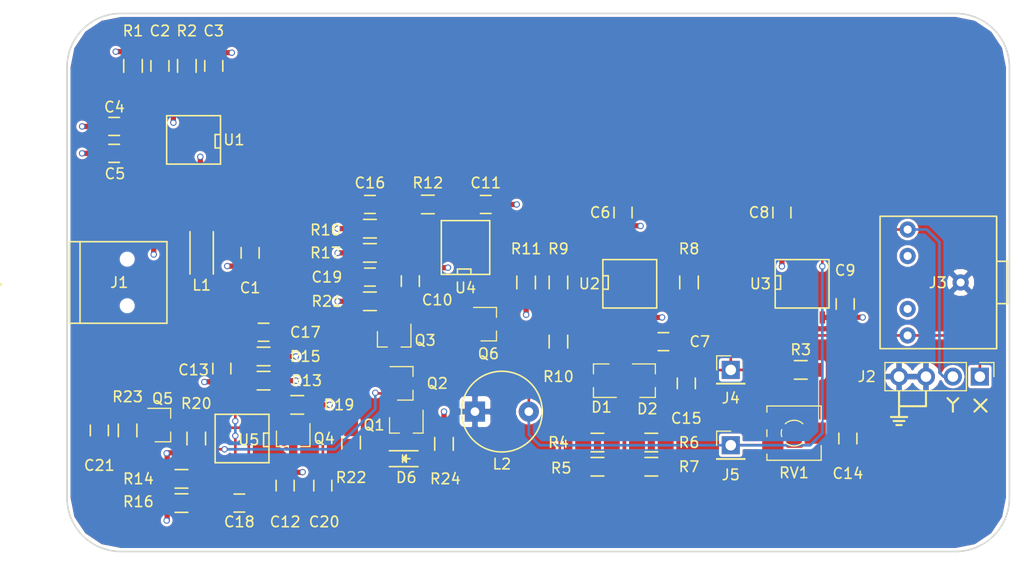
<source format=kicad_pcb>
(kicad_pcb (version 4) (host pcbnew 4.0.7)
  (layers (0 F.Cu signal) (1 Positive_Supply_Rail power) (2 Negative_Supply_Rail power) (31 B.Cu signal) (34 B.Paste user) (35 F.Paste user) (36 B.SilkS user) (37 F.SilkS user) (38 B.Mask user) (39 F.Mask user) (44 Edge.Cuts user))
  (net 0 "")
  (net 1 Y)
  (net 2 GND)
  (net 3 +VDC)
  (net 4 -VDC)
  (net 5 X)
  (net 6 "Net-(D1-Pad1)")
  (net 7 "Net-(D2-Pad2)")
  (net 8 "Net-(J1-Pad1)")
  (net 9 "Net-(J1-Pad2)")
  (net 10 "Net-(J1-Pad3)")
  (net 11 "Net-(J1-Pad4)")
  (net 12 "Net-(R6-Pad2)")
  (net 13 "Net-(U1-Pad8)")
  (net 14 "Net-(U1-Pad5)")
  (net 15 "Net-(U1-Pad1)")
  (net 16 "Net-(U2-Pad8)")
  (net 17 "Net-(U2-Pad5)")
  (net 18 "Net-(U2-Pad1)")
  (net 19 "Net-(C2-Pad2)")
  (net 20 "Net-(C16-Pad1)")
  (net 21 "Net-(C17-Pad1)")
  (net 22 "Net-(C18-Pad1)")
  (net 23 "Net-(C19-Pad1)")
  (net 24 "Net-(C20-Pad1)")
  (net 25 "Net-(C21-Pad1)")
  (net 26 "Net-(D6-Pad2)")
  (net 27 "Net-(D6-Pad1)")
  (net 28 "Net-(Q1-Pad1)")
  (net 29 "Net-(Q1-Pad2)")
  (net 30 "Net-(Q2-Pad1)")
  (net 31 "Net-(Q2-Pad2)")
  (net 32 "Net-(Q3-Pad2)")
  (net 33 "Net-(Q4-Pad2)")
  (net 34 "Net-(Q5-Pad2)")
  (net 35 "Net-(Q6-Pad2)")
  (net 36 "Net-(R3-Pad1)")
  (net 37 "Net-(R4-Pad2)")
  (net 38 "Net-(R8-Pad2)")
  (net 39 "Net-(R10-Pad1)")
  (net 40 X_OUT)
  (net 41 Y_OUT)
  (net 42 "Net-(J3-Pad5)")
  (net 43 "Net-(J3-Pad4)")
  (module Capacitors_SMD:C_0805_HandSoldering (layer F.Cu) (at 131.826 97.79 270)
    (fp_text reference C1 (at 3.302 0 360) (layer F.SilkS))
    (fp_text value 10uF)
    (pad 1 smd rect (at -1.25 0 270) (size 1.5 1.25) (layers F.Cu F.Paste F.Mask) (net 3 +VDC))
    (pad 2 smd rect (at 1.25 0 270) (size 1.5 1.25) (layers F.Cu F.Paste F.Mask) (net 4 -VDC))
  )
  (module Capacitors_SMD:C_0805_HandSoldering (layer F.Cu) (at 123.317 80.137 270)
    (fp_text reference C2 (at -3.302 0 360) (layer F.SilkS))
    (fp_text value 0.1uF)
    (pad 1 smd rect (at -1.25 0 270) (size 1.5 1.25) (layers F.Cu F.Paste F.Mask) (net 3 +VDC))
    (pad 2 smd rect (at 1.25 0 270) (size 1.5 1.25) (layers F.Cu F.Paste F.Mask) (net 19 "Net-(C2-Pad2)"))
  )
  (module Capacitors_SMD:C_0805_HandSoldering (layer F.Cu) (at 128.397 80.137 90)
    (fp_text reference C3 (at 3.302 0 180) (layer F.SilkS))
    (fp_text value 0.1uF)
    (pad 1 smd rect (at -1.25 0 90) (size 1.5 1.25) (layers F.Cu F.Paste F.Mask) (net 19 "Net-(C2-Pad2)"))
    (pad 2 smd rect (at 1.25 0 90) (size 1.5 1.25) (layers F.Cu F.Paste F.Mask) (net 4 -VDC))
  )
  (module Capacitors_SMD:C_0805_HandSoldering (layer F.Cu) (at 118.999 85.852)
    (fp_text reference C4 (at 0.0254 -1.8288) (layer F.SilkS))
    (fp_text value 10uF)
    (pad 1 smd rect (at -1.25 0) (size 1.5 1.25) (layers F.Cu F.Paste F.Mask) (net 3 +VDC))
    (pad 2 smd rect (at 1.25 0) (size 1.5 1.25) (layers F.Cu F.Paste F.Mask) (net 2 GND))
  )
  (module Capacitors_SMD:C_0805_HandSoldering (layer F.Cu) (at 118.999 88.392 180)
    (fp_text reference C5 (at -0.0762 -1.9304 180) (layer F.SilkS))
    (fp_text value 10uF)
    (pad 1 smd rect (at -1.25 0 180) (size 1.5 1.25) (layers F.Cu F.Paste F.Mask) (net 2 GND))
    (pad 2 smd rect (at 1.25 0 180) (size 1.5 1.25) (layers F.Cu F.Paste F.Mask) (net 4 -VDC))
  )
  (module Capacitors_SMD:C_0805_HandSoldering (layer F.Cu) (at 167.005 93.98 90)
    (fp_text reference C6 (at 0 -2.159 180) (layer F.SilkS))
    (fp_text value 0.01uF)
    (pad 1 smd rect (at -1.25 0 90) (size 1.5 1.25) (layers F.Cu F.Paste F.Mask) (net 3 +VDC))
    (pad 2 smd rect (at 1.25 0 90) (size 1.5 1.25) (layers F.Cu F.Paste F.Mask) (net 2 GND))
  )
  (module Capacitors_SMD:C_0805_HandSoldering (layer F.Cu) (at 170.815 106.172 180)
    (fp_text reference C7 (at -3.429 0 360) (layer F.SilkS))
    (fp_text value 0.01uF)
    (pad 1 smd rect (at -1.25 0 180) (size 1.5 1.25) (layers F.Cu F.Paste F.Mask) (net 2 GND))
    (pad 2 smd rect (at 1.25 0 180) (size 1.5 1.25) (layers F.Cu F.Paste F.Mask) (net 4 -VDC))
  )
  (module Capacitors_SMD:C_0805_HandSoldering (layer F.Cu) (at 181.991 93.98 90)
    (fp_text reference C8 (at 0 -2.159 180) (layer F.SilkS))
    (fp_text value 0.01uF)
    (pad 1 smd rect (at -1.25 0 90) (size 1.5 1.25) (layers F.Cu F.Paste F.Mask) (net 3 +VDC))
    (pad 2 smd rect (at 1.25 0 90) (size 1.5 1.25) (layers F.Cu F.Paste F.Mask) (net 2 GND))
  )
  (module Capacitors_SMD:C_0805_HandSoldering (layer F.Cu) (at 187.96 102.616 270)
    (fp_text reference C9 (at -3.175 0 360) (layer F.SilkS))
    (fp_text value 0.01uF)
    (pad 1 smd rect (at -1.25 0 270) (size 1.5 1.25) (layers F.Cu F.Paste F.Mask) (net 2 GND))
    (pad 2 smd rect (at 1.25 0 270) (size 1.5 1.25) (layers F.Cu F.Paste F.Mask) (net 4 -VDC))
  )
  (module Capacitors_SMD:C_0805_HandSoldering (layer F.Cu) (at 146.939 100.457 270)
    (fp_text reference C10 (at 1.778 -2.54 540) (layer F.SilkS))
    (fp_text value 0.01uF)
    (pad 1 smd rect (at -1.25 0 270) (size 1.5 1.25) (layers F.Cu F.Paste F.Mask) (net 3 +VDC))
    (pad 2 smd rect (at 1.25 0 270) (size 1.5 1.25) (layers F.Cu F.Paste F.Mask) (net 2 GND))
  )
  (module Capacitors_SMD:C_0805_HandSoldering (layer F.Cu) (at 154.051 93.218)
    (fp_text reference C11 (at 0 -2.032 180) (layer F.SilkS))
    (fp_text value 0.01uF)
    (pad 1 smd rect (at -1.25 0) (size 1.5 1.25) (layers F.Cu F.Paste F.Mask) (net 2 GND))
    (pad 2 smd rect (at 1.25 0) (size 1.5 1.25) (layers F.Cu F.Paste F.Mask) (net 4 -VDC))
  )
  (module Capacitors_SMD:C_0805_HandSoldering (layer F.Cu) (at 135.128 119.761 270)
    (fp_text reference C12 (at 3.429 0 360) (layer F.SilkS))
    (fp_text value 0.01uF)
    (pad 1 smd rect (at -1.25 0 270) (size 1.5 1.25) (layers F.Cu F.Paste F.Mask) (net 3 +VDC))
    (pad 2 smd rect (at 1.25 0 270) (size 1.5 1.25) (layers F.Cu F.Paste F.Mask) (net 2 GND))
  )
  (module Capacitors_SMD:C_0805_HandSoldering (layer F.Cu) (at 129.159 108.712 270)
    (fp_text reference C13 (at 0.127 2.667 360) (layer F.SilkS))
    (fp_text value 0.01uF)
    (pad 1 smd rect (at -1.25 0 270) (size 1.5 1.25) (layers F.Cu F.Paste F.Mask) (net 2 GND))
    (pad 2 smd rect (at 1.25 0 270) (size 1.5 1.25) (layers F.Cu F.Paste F.Mask) (net 4 -VDC))
  )
  (module Capacitors_SMD:C_0805_HandSoldering (layer F.Cu) (at 188.214 115.316 90)
    (fp_text reference C14 (at -3.302 0 180) (layer F.SilkS))
    (fp_text value 0.1uF)
    (pad 1 smd rect (at -1.25 0 90) (size 1.5 1.25) (layers F.Cu F.Paste F.Mask) (net 1 Y))
    (pad 2 smd rect (at 1.25 0 90) (size 1.5 1.25) (layers F.Cu F.Paste F.Mask) (net 2 GND))
  )
  (module Capacitors_SMD:C_0805_HandSoldering (layer F.Cu) (at 172.974 110.109 270)
    (fp_text reference C15 (at 3.302 0 360) (layer F.SilkS))
    (fp_text value 0.01uF)
    (pad 1 smd rect (at -1.25 0 270) (size 1.5 1.25) (layers F.Cu F.Paste F.Mask) (net 5 X))
    (pad 2 smd rect (at 1.25 0 270) (size 1.5 1.25) (layers F.Cu F.Paste F.Mask) (net 2 GND))
  )
  (module Capacitors_SMD:C_0805_HandSoldering (layer F.Cu) (at 143.129 93.218 180)
    (fp_text reference C16 (at 0 2.032 180) (layer F.SilkS))
    (fp_text value 0.1uF)
    (pad 1 smd rect (at -1.25 0 180) (size 1.5 1.25) (layers F.Cu F.Paste F.Mask) (net 20 "Net-(C16-Pad1)"))
    (pad 2 smd rect (at 1.25 0 180) (size 1.5 1.25) (layers F.Cu F.Paste F.Mask) (net 2 GND))
  )
  (module Capacitors_SMD:C_0805_HandSoldering (layer F.Cu) (at 133.096 105.283)
    (fp_text reference C17 (at 3.937 0) (layer F.SilkS))
    (fp_text value 0.1uF)
    (pad 1 smd rect (at -1.25 0) (size 1.5 1.25) (layers F.Cu F.Paste F.Mask) (net 21 "Net-(C17-Pad1)"))
    (pad 2 smd rect (at 1.25 0) (size 1.5 1.25) (layers F.Cu F.Paste F.Mask) (net 2 GND))
  )
  (module Capacitors_SMD:C_0805_HandSoldering (layer F.Cu) (at 130.81 121.412)
    (fp_text reference C18 (at 0 1.778) (layer F.SilkS))
    (fp_text value 0.1uF)
    (pad 1 smd rect (at -1.25 0) (size 1.5 1.25) (layers F.Cu F.Paste F.Mask) (net 22 "Net-(C18-Pad1)"))
    (pad 2 smd rect (at 1.25 0) (size 1.5 1.25) (layers F.Cu F.Paste F.Mask) (net 2 GND))
  )
  (module Capacitors_SMD:C_0805_HandSoldering (layer F.Cu) (at 143.129 100.076 180)
    (fp_text reference C19 (at 4.064 0 180) (layer F.SilkS))
    (fp_text value 0.1uF)
    (pad 1 smd rect (at -1.25 0 180) (size 1.5 1.25) (layers F.Cu F.Paste F.Mask) (net 23 "Net-(C19-Pad1)"))
    (pad 2 smd rect (at 1.25 0 180) (size 1.5 1.25) (layers F.Cu F.Paste F.Mask) (net 2 GND))
  )
  (module Capacitors_SMD:C_0805_HandSoldering (layer F.Cu) (at 138.684 119.761 270)
    (fp_text reference C20 (at 3.429 -0.127 360) (layer F.SilkS))
    (fp_text value 0.1uF)
    (pad 1 smd rect (at -1.25 0 270) (size 1.5 1.25) (layers F.Cu F.Paste F.Mask) (net 24 "Net-(C20-Pad1)"))
    (pad 2 smd rect (at 1.25 0 270) (size 1.5 1.25) (layers F.Cu F.Paste F.Mask) (net 2 GND))
  )
  (module Capacitors_SMD:C_0805_HandSoldering (layer F.Cu) (at 117.602 114.554 270)
    (fp_text reference C21 (at 3.302 0 360) (layer F.SilkS))
    (fp_text value 0.1uF)
    (pad 1 smd rect (at -1.25 0 270) (size 1.5 1.25) (layers F.Cu F.Paste F.Mask) (net 25 "Net-(C21-Pad1)"))
    (pad 2 smd rect (at 1.25 0 270) (size 1.5 1.25) (layers F.Cu F.Paste F.Mask) (net 2 GND))
  )
  (module TO_SOT_Packages_SMD:SOT-23 (layer F.Cu) (at 164.973 109.855 180)
    (fp_text reference D1 (at 0 -2.5 180) (layer F.SilkS))
    (fp_text value BAT54)
    (pad 1 smd rect (at -1 -0.95 180) (size 0.9 0.8) (layers F.Cu F.Paste F.Mask) (net 6 "Net-(D1-Pad1)"))
    (pad 2 smd rect (at -1 0.95 180) (size 0.9 0.8) (layers F.Cu F.Paste F.Mask) (net 5 X))
    (pad 3 smd rect (at 1 0 180) (size 0.9 0.8) (layers F.Cu F.Paste F.Mask))
  )
  (module TO_SOT_Packages_SMD:SOT-23 (layer F.Cu) (at 169.291 109.855)
    (fp_text reference D2 (at 0 2.667) (layer F.SilkS))
    (fp_text value BAT54)
    (pad 1 smd rect (at -1 -0.95) (size 0.9 0.8) (layers F.Cu F.Paste F.Mask) (net 5 X))
    (pad 2 smd rect (at -1 0.95) (size 0.9 0.8) (layers F.Cu F.Paste F.Mask) (net 7 "Net-(D2-Pad2)"))
    (pad 3 smd rect (at 1 0) (size 0.9 0.8) (layers F.Cu F.Paste F.Mask))
  )
  (module LEDs:LED_0805 (layer F.Cu) (at 146.558 117.221)
    (fp_text reference D6 (at 0 1.778) (layer F.SilkS))
    (fp_text value LED)
    (pad 2 smd rect (at 1.04902 0 180) (size 1.19888 1.19888) (layers F.Cu F.Paste F.Mask) (net 26 "Net-(D6-Pad2)"))
    (pad 1 smd rect (at -1.04902 0 180) (size 1.19888 1.19888) (layers F.Cu F.Paste F.Mask) (net 27 "Net-(D6-Pad1)"))
  )
  (module Connect:USB_Mini-B (layer F.Cu) (at 119.38 100.584)
    (fp_text reference J1 (at 0.1016 0) (layer F.SilkS))
    (fp_text value USB_OTG)
    (pad 1 smd rect (at 3.44932 -1.6002) (size 2.30124 0.50038) (layers F.Cu F.Paste F.Mask) (net 8 "Net-(J1-Pad1)"))
    (pad 2 smd rect (at 3.44932 -0.8001) (size 2.30124 0.50038) (layers F.Cu F.Paste F.Mask) (net 9 "Net-(J1-Pad2)"))
    (pad 3 smd rect (at 3.44932 0) (size 2.30124 0.50038) (layers F.Cu F.Paste F.Mask) (net 10 "Net-(J1-Pad3)"))
    (pad 4 smd rect (at 3.44932 0.8001) (size 2.30124 0.50038) (layers F.Cu F.Paste F.Mask) (net 11 "Net-(J1-Pad4)"))
    (pad 5 smd rect (at 3.44932 1.6002) (size 2.30124 0.50038) (layers F.Cu F.Paste F.Mask) (net 4 -VDC))
    (pad 6 smd rect (at 3.35026 -4.45008) (size 2.49936 1.99898) (layers F.Cu F.Paste F.Mask) (net 4 -VDC))
    (pad 6 smd rect (at -2.14884 -4.45008) (size 2.49936 1.99898) (layers F.Cu F.Paste F.Mask) (net 4 -VDC))
    (pad 6 smd rect (at 3.35026 4.45008) (size 2.49936 1.99898) (layers F.Cu F.Paste F.Mask) (net 4 -VDC))
    (pad 6 smd rect (at -2.14884 4.45008) (size 2.49936 1.99898) (layers F.Cu F.Paste F.Mask) (net 4 -VDC))
    (pad "" np_thru_hole circle (at 0.8509 -2.19964) (size 0.89916 0.89916) (drill 0.89916) (layers *.Cu *.Mask))
    (pad "" np_thru_hole circle (at 0.8509 2.19964) (size 0.89916 0.89916) (drill 0.89916) (layers *.Cu *.Mask))
  )
  (module Pin_Headers:Pin_Header_Straight_1x04_Pitch2.54mm (layer F.Cu) (at 200.66 109.474 270)
    (fp_text reference J2 (at 0 10.668 360) (layer F.SilkS))
    (fp_text value "XY Out")
    (pad 1 thru_hole rect (at 0 0 270) (size 1.7 1.7) (drill 1) (layers *.Cu *.Mask) (net 40 X_OUT))
    (pad 2 thru_hole oval (at 0 2.54 270) (size 1.7 1.7) (drill 1) (layers *.Cu *.Mask) (net 41 Y_OUT))
    (pad 3 thru_hole oval (at 0 5.08 270) (size 1.7 1.7) (drill 1) (layers *.Cu *.Mask) (net 2 GND))
    (pad 4 thru_hole oval (at 0 7.62 270) (size 1.7 1.7) (drill 1) (layers *.Cu *.Mask) (net 2 GND))
  )
  (module Pin_Headers:Pin_Header_Straight_1x01_Pitch2.54mm (layer F.Cu) (at 177.165 108.839)
    (fp_text reference J4 (at 0 2.667) (layer F.SilkS))
    (fp_text value X)
    (pad 1 thru_hole rect (at 0 0) (size 1.7 1.7) (drill 1) (layers *.Cu *.Mask) (net 5 X))
  )
  (module Pin_Headers:Pin_Header_Straight_1x01_Pitch2.54mm (layer F.Cu) (at 177.165 115.951)
    (fp_text reference J5 (at 0 2.794) (layer F.SilkS))
    (fp_text value Y)
    (pad 1 thru_hole rect (at 0 0) (size 1.7 1.7) (drill 1) (layers *.Cu *.Mask) (net 1 Y))
  )
  (module Inductors:Inductor_Taiyo-Yuden_NR-20xx_HandSoldering (layer F.Cu) (at 127.254 97.79 90)
    (fp_text reference L1 (at -3.048 0 180) (layer F.SilkS))
    (fp_text value 100nH)
    (pad 1 smd rect (at -1.175 0 90) (size 1.65 2) (layers F.Cu F.Paste F.Mask) (net 8 "Net-(J1-Pad1)"))
    (pad 2 smd rect (at 1.175 0 90) (size 1.65 2) (layers F.Cu F.Paste F.Mask) (net 3 +VDC))
  )
  (module Inductors:INDUCTOR_V (layer F.Cu) (at 155.575 112.776)
    (fp_text reference L2 (at 0 4.953) (layer F.SilkS))
    (fp_text value 18mH)
    (pad 1 thru_hole rect (at -2.54 0) (size 1.905 1.905) (drill 0.8128) (layers *.Cu *.Mask) (net 2 GND))
    (pad 2 thru_hole circle (at 2.54 0) (size 1.905 1.905) (drill 0.8128) (layers *.Cu *.Mask) (net 1 Y))
  )
  (module TO_SOT_Packages_SMD:SOT-23 (layer F.Cu) (at 146.558 114.046 270)
    (fp_text reference Q1 (at 0 3.048 360) (layer F.SilkS))
    (fp_text value 2N3904)
    (pad 1 smd rect (at -1 -0.95 270) (size 0.9 0.8) (layers F.Cu F.Paste F.Mask) (net 28 "Net-(Q1-Pad1)"))
    (pad 2 smd rect (at -1 0.95 270) (size 0.9 0.8) (layers F.Cu F.Paste F.Mask) (net 29 "Net-(Q1-Pad2)"))
    (pad 3 smd rect (at 1 0 270) (size 0.9 0.8) (layers F.Cu F.Paste F.Mask) (net 27 "Net-(D6-Pad1)"))
  )
  (module TO_SOT_Packages_SMD:SOT-23 (layer F.Cu) (at 146.431 110.109)
    (fp_text reference Q2 (at 3.048 0) (layer F.SilkS))
    (fp_text value 2N3904)
    (pad 1 smd rect (at -1 -0.95) (size 0.9 0.8) (layers F.Cu F.Paste F.Mask) (net 30 "Net-(Q2-Pad1)"))
    (pad 2 smd rect (at -1 0.95) (size 0.9 0.8) (layers F.Cu F.Paste F.Mask) (net 31 "Net-(Q2-Pad2)"))
    (pad 3 smd rect (at 1 0) (size 0.9 0.8) (layers F.Cu F.Paste F.Mask) (net 28 "Net-(Q1-Pad1)"))
  )
  (module TO_SOT_Packages_SMD:SOT-23 (layer F.Cu) (at 145.415 105.918 270)
    (fp_text reference Q3 (at 0.127 -2.921 360) (layer F.SilkS))
    (fp_text value 2N3904)
    (pad 1 smd rect (at -1 -0.95 270) (size 0.9 0.8) (layers F.Cu F.Paste F.Mask) (net 2 GND))
    (pad 2 smd rect (at -1 0.95 270) (size 0.9 0.8) (layers F.Cu F.Paste F.Mask) (net 32 "Net-(Q3-Pad2)"))
    (pad 3 smd rect (at 1 0 270) (size 0.9 0.8) (layers F.Cu F.Paste F.Mask) (net 30 "Net-(Q2-Pad1)"))
  )
  (module TO_SOT_Packages_SMD:SOT-23 (layer F.Cu) (at 135.89 115.316 270)
    (fp_text reference Q4 (at 0 -2.921 360) (layer F.SilkS))
    (fp_text value 2N3904)
    (pad 1 smd rect (at -1 -0.95 270) (size 0.9 0.8) (layers F.Cu F.Paste F.Mask) (net 24 "Net-(C20-Pad1)"))
    (pad 2 smd rect (at -1 0.95 270) (size 0.9 0.8) (layers F.Cu F.Paste F.Mask) (net 33 "Net-(Q4-Pad2)"))
    (pad 3 smd rect (at 1 0 270) (size 0.9 0.8) (layers F.Cu F.Paste F.Mask) (net 33 "Net-(Q4-Pad2)"))
  )
  (module TO_SOT_Packages_SMD:SOT-23 (layer F.Cu) (at 123.571 114.046)
    (fp_text reference Q5 (at 0 -2.5) (layer F.SilkS))
    (fp_text value 2N3904)
    (pad 1 smd rect (at -1 -0.95) (size 0.9 0.8) (layers F.Cu F.Paste F.Mask) (net 25 "Net-(C21-Pad1)"))
    (pad 2 smd rect (at -1 0.95) (size 0.9 0.8) (layers F.Cu F.Paste F.Mask) (net 34 "Net-(Q5-Pad2)"))
    (pad 3 smd rect (at 1 0) (size 0.9 0.8) (layers F.Cu F.Paste F.Mask) (net 34 "Net-(Q5-Pad2)"))
  )
  (module TO_SOT_Packages_SMD:SOT-23 (layer F.Cu) (at 154.305 104.521)
    (fp_text reference Q6 (at 0 2.794 180) (layer F.SilkS))
    (fp_text value 2N3904)
    (pad 1 smd rect (at -1 -0.95) (size 0.9 0.8) (layers F.Cu F.Paste F.Mask) (net 20 "Net-(C16-Pad1)"))
    (pad 2 smd rect (at -1 0.95) (size 0.9 0.8) (layers F.Cu F.Paste F.Mask) (net 35 "Net-(Q6-Pad2)"))
    (pad 3 smd rect (at 1 0) (size 0.9 0.8) (layers F.Cu F.Paste F.Mask) (net 35 "Net-(Q6-Pad2)"))
  )
  (module Resistors_SMD:R_0805_HandSoldering (layer F.Cu) (at 120.777 80.137 270)
    (fp_text reference R1 (at -3.302 0 360) (layer F.SilkS))
    (fp_text value 1k)
    (pad 1 smd rect (at -1.35 0 270) (size 1.5 1.3) (layers F.Cu F.Paste F.Mask) (net 3 +VDC))
    (pad 2 smd rect (at 1.35 0 270) (size 1.5 1.3) (layers F.Cu F.Paste F.Mask) (net 19 "Net-(C2-Pad2)"))
  )
  (module Resistors_SMD:R_0805_HandSoldering (layer F.Cu) (at 125.857 80.137 90)
    (fp_text reference R2 (at 3.302 0 180) (layer F.SilkS))
    (fp_text value 1k)
    (pad 1 smd rect (at -1.35 0 90) (size 1.5 1.3) (layers F.Cu F.Paste F.Mask) (net 19 "Net-(C2-Pad2)"))
    (pad 2 smd rect (at 1.35 0 90) (size 1.5 1.3) (layers F.Cu F.Paste F.Mask) (net 4 -VDC))
  )
  (module Resistors_SMD:R_0805_HandSoldering (layer F.Cu) (at 183.769 108.839 180)
    (fp_text reference R3 (at 0 1.905 180) (layer F.SilkS))
    (fp_text value 1k)
    (pad 1 smd rect (at -1.35 0 180) (size 1.5 1.3) (layers F.Cu F.Paste F.Mask) (net 36 "Net-(R3-Pad1)"))
    (pad 2 smd rect (at 1.35 0 180) (size 1.5 1.3) (layers F.Cu F.Paste F.Mask) (net 5 X))
  )
  (module Resistors_SMD:R_0805_HandSoldering (layer F.Cu) (at 164.592 115.697 180)
    (fp_text reference R4 (at 3.683 0 180) (layer F.SilkS))
    (fp_text value 1k)
    (pad 1 smd rect (at -1.35 0 180) (size 1.5 1.3) (layers F.Cu F.Paste F.Mask) (net 6 "Net-(D1-Pad1)"))
    (pad 2 smd rect (at 1.35 0 180) (size 1.5 1.3) (layers F.Cu F.Paste F.Mask) (net 37 "Net-(R4-Pad2)"))
  )
  (module Resistors_SMD:R_0805_HandSoldering (layer F.Cu) (at 164.592 117.983)
    (fp_text reference R5 (at -3.429 0.127) (layer F.SilkS))
    (fp_text value 1k)
    (pad 1 smd rect (at -1.35 0) (size 1.5 1.3) (layers F.Cu F.Paste F.Mask) (net 37 "Net-(R4-Pad2)"))
    (pad 2 smd rect (at 1.35 0) (size 1.5 1.3) (layers F.Cu F.Paste F.Mask) (net 2 GND))
  )
  (module Resistors_SMD:R_0805_HandSoldering (layer F.Cu) (at 169.672 115.697)
    (fp_text reference R6 (at 3.556 0) (layer F.SilkS))
    (fp_text value 1k)
    (pad 1 smd rect (at -1.35 0) (size 1.5 1.3) (layers F.Cu F.Paste F.Mask) (net 7 "Net-(D2-Pad2)"))
    (pad 2 smd rect (at 1.35 0) (size 1.5 1.3) (layers F.Cu F.Paste F.Mask) (net 12 "Net-(R6-Pad2)"))
  )
  (module Resistors_SMD:R_0805_HandSoldering (layer F.Cu) (at 169.672 117.983 180)
    (fp_text reference R7 (at -3.556 0 180) (layer F.SilkS))
    (fp_text value 1k)
    (pad 1 smd rect (at -1.35 0 180) (size 1.5 1.3) (layers F.Cu F.Paste F.Mask) (net 12 "Net-(R6-Pad2)"))
    (pad 2 smd rect (at 1.35 0 180) (size 1.5 1.3) (layers F.Cu F.Paste F.Mask) (net 2 GND))
  )
  (module Resistors_SMD:R_0805_HandSoldering (layer F.Cu) (at 173.228 100.584 90)
    (fp_text reference R8 (at 3.175 0 180) (layer F.SilkS))
    (fp_text value 1k)
    (pad 1 smd rect (at -1.35 0 90) (size 1.5 1.3) (layers F.Cu F.Paste F.Mask) (net 5 X))
    (pad 2 smd rect (at 1.35 0 90) (size 1.5 1.3) (layers F.Cu F.Paste F.Mask) (net 38 "Net-(R8-Pad2)"))
  )
  (module Resistors_SMD:R_0805_HandSoldering (layer F.Cu) (at 160.909 100.584 270)
    (fp_text reference R9 (at -3.175 0 360) (layer F.SilkS))
    (fp_text value 1k)
    (pad 1 smd rect (at -1.35 0 270) (size 1.5 1.3) (layers F.Cu F.Paste F.Mask) (net 38 "Net-(R8-Pad2)"))
    (pad 2 smd rect (at 1.35 0 270) (size 1.5 1.3) (layers F.Cu F.Paste F.Mask) (net 39 "Net-(R10-Pad1)"))
  )
  (module Resistors_SMD:R_0805_HandSoldering (layer F.Cu) (at 160.909 106.172 270)
    (fp_text reference R10 (at 3.302 0 360) (layer F.SilkS))
    (fp_text value 1k)
    (pad 1 smd rect (at -1.35 0 270) (size 1.5 1.3) (layers F.Cu F.Paste F.Mask) (net 39 "Net-(R10-Pad1)"))
    (pad 2 smd rect (at 1.35 0 270) (size 1.5 1.3) (layers F.Cu F.Paste F.Mask) (net 2 GND))
  )
  (module Resistors_SMD:R_0805_HandSoldering (layer F.Cu) (at 157.861 100.584 90)
    (fp_text reference R11 (at 3.175 0 180) (layer F.SilkS))
    (fp_text value 10k)
    (pad 1 smd rect (at -1.35 0 90) (size 1.5 1.3) (layers F.Cu F.Paste F.Mask) (net 3 +VDC))
    (pad 2 smd rect (at 1.35 0 90) (size 1.5 1.3) (layers F.Cu F.Paste F.Mask) (net 35 "Net-(Q6-Pad2)"))
  )
  (module Resistors_SMD:R_0805_HandSoldering (layer F.Cu) (at 148.59 93.218)
    (fp_text reference R12 (at 0 -2.032) (layer F.SilkS))
    (fp_text value 10k)
    (pad 1 smd rect (at -1.35 0) (size 1.5 1.3) (layers F.Cu F.Paste F.Mask) (net 20 "Net-(C16-Pad1)"))
    (pad 2 smd rect (at 1.35 0) (size 1.5 1.3) (layers F.Cu F.Paste F.Mask) (net 2 GND))
  )
  (module Resistors_SMD:R_0805_HandSoldering (layer F.Cu) (at 133.096 109.855)
    (fp_text reference R13 (at 4.064 0) (layer F.SilkS))
    (fp_text value 6.8k)
    (pad 1 smd rect (at -1.35 0) (size 1.5 1.3) (layers F.Cu F.Paste F.Mask) (net 21 "Net-(C17-Pad1)"))
    (pad 2 smd rect (at 1.35 0) (size 1.5 1.3) (layers F.Cu F.Paste F.Mask) (net 3 +VDC))
  )
  (module Resistors_SMD:R_0805_HandSoldering (layer F.Cu) (at 125.349 119.126 180)
    (fp_text reference R14 (at 4.064 0 180) (layer F.SilkS))
    (fp_text value 10k)
    (pad 1 smd rect (at -1.35 0 180) (size 1.5 1.3) (layers F.Cu F.Paste F.Mask) (net 22 "Net-(C18-Pad1)"))
    (pad 2 smd rect (at 1.35 0 180) (size 1.5 1.3) (layers F.Cu F.Paste F.Mask) (net 3 +VDC))
  )
  (module Resistors_SMD:R_0805_HandSoldering (layer F.Cu) (at 133.096 107.569)
    (fp_text reference R15 (at 3.937 0) (layer F.SilkS))
    (fp_text value 10k)
    (pad 1 smd rect (at -1.35 0) (size 1.5 1.3) (layers F.Cu F.Paste F.Mask) (net 21 "Net-(C17-Pad1)"))
    (pad 2 smd rect (at 1.35 0) (size 1.5 1.3) (layers F.Cu F.Paste F.Mask) (net 4 -VDC))
  )
  (module Resistors_SMD:R_0805_HandSoldering (layer F.Cu) (at 125.349 121.412 180)
    (fp_text reference R16 (at 4.064 0.127 180) (layer F.SilkS))
    (fp_text value 6.8k)
    (pad 1 smd rect (at -1.35 0 180) (size 1.5 1.3) (layers F.Cu F.Paste F.Mask) (net 22 "Net-(C18-Pad1)"))
    (pad 2 smd rect (at 1.35 0 180) (size 1.5 1.3) (layers F.Cu F.Paste F.Mask) (net 4 -VDC))
  )
  (module Resistors_SMD:R_0805_HandSoldering (layer F.Cu) (at 143.129 97.79 180)
    (fp_text reference R17 (at 4.191 0 180) (layer F.SilkS))
    (fp_text value 8.2k)
    (pad 1 smd rect (at -1.35 0 180) (size 1.5 1.3) (layers F.Cu F.Paste F.Mask) (net 23 "Net-(C19-Pad1)"))
    (pad 2 smd rect (at 1.35 0 180) (size 1.5 1.3) (layers F.Cu F.Paste F.Mask) (net 3 +VDC))
  )
  (module Resistors_SMD:R_0805_HandSoldering (layer F.Cu) (at 143.129 95.504 180)
    (fp_text reference R18 (at 4.191 -0.127 180) (layer F.SilkS))
    (fp_text value 10k)
    (pad 1 smd rect (at -1.35 0 180) (size 1.5 1.3) (layers F.Cu F.Paste F.Mask) (net 23 "Net-(C19-Pad1)"))
    (pad 2 smd rect (at 1.35 0 180) (size 1.5 1.3) (layers F.Cu F.Paste F.Mask) (net 4 -VDC))
  )
  (module Resistors_SMD:R_0805_HandSoldering (layer F.Cu) (at 136.271 112.141 180)
    (fp_text reference R19 (at -3.937 0 360) (layer F.SilkS))
    (fp_text value 6.8k)
    (pad 1 smd rect (at -1.35 0 180) (size 1.5 1.3) (layers F.Cu F.Paste F.Mask) (net 3 +VDC))
    (pad 2 smd rect (at 1.35 0 180) (size 1.5 1.3) (layers F.Cu F.Paste F.Mask) (net 33 "Net-(Q4-Pad2)"))
  )
  (module Resistors_SMD:R_0805_HandSoldering (layer F.Cu) (at 126.746 115.316 90)
    (fp_text reference R20 (at 3.302 0 180) (layer F.SilkS))
    (fp_text value 6.8k)
    (pad 1 smd rect (at -1.35 0 90) (size 1.5 1.3) (layers F.Cu F.Paste F.Mask) (net 3 +VDC))
    (pad 2 smd rect (at 1.35 0 90) (size 1.5 1.3) (layers F.Cu F.Paste F.Mask) (net 34 "Net-(Q5-Pad2)"))
  )
  (module Resistors_SMD:R_0805_HandSoldering (layer F.Cu) (at 143.129 102.362)
    (fp_text reference R21 (at -4.064 0 180) (layer F.SilkS))
    (fp_text value 6.8k)
    (pad 1 smd rect (at -1.35 0) (size 1.5 1.3) (layers F.Cu F.Paste F.Mask) (net 3 +VDC))
    (pad 2 smd rect (at 1.35 0) (size 1.5 1.3) (layers F.Cu F.Paste F.Mask) (net 32 "Net-(Q3-Pad2)"))
  )
  (module Resistors_SMD:R_0805_HandSoldering (layer F.Cu) (at 141.351 115.697 270)
    (fp_text reference R22 (at 3.302 0 360) (layer F.SilkS))
    (fp_text value 10k)
    (pad 1 smd rect (at -1.35 0 270) (size 1.5 1.3) (layers F.Cu F.Paste F.Mask) (net 24 "Net-(C20-Pad1)"))
    (pad 2 smd rect (at 1.35 0 270) (size 1.5 1.3) (layers F.Cu F.Paste F.Mask) (net 29 "Net-(Q1-Pad2)"))
  )
  (module Resistors_SMD:R_0805_HandSoldering (layer F.Cu) (at 120.269 114.554 270)
    (fp_text reference R23 (at -3.175 0 360) (layer F.SilkS))
    (fp_text value 10k)
    (pad 1 smd rect (at -1.35 0 270) (size 1.5 1.3) (layers F.Cu F.Paste F.Mask) (net 25 "Net-(C21-Pad1)"))
    (pad 2 smd rect (at 1.35 0 270) (size 1.5 1.3) (layers F.Cu F.Paste F.Mask) (net 31 "Net-(Q2-Pad2)"))
  )
  (module Resistors_SMD:R_0805_HandSoldering (layer F.Cu) (at 150.114 115.824 270)
    (fp_text reference R24 (at 3.302 -0.127 360) (layer F.SilkS))
    (fp_text value 100)
    (pad 1 smd rect (at -1.35 0 270) (size 1.5 1.3) (layers F.Cu F.Paste F.Mask) (net 3 +VDC))
    (pad 2 smd rect (at 1.35 0 270) (size 1.5 1.3) (layers F.Cu F.Paste F.Mask) (net 26 "Net-(D6-Pad2)"))
  )
  (module Potentiometers:Potentiometer_Trimmer_Vishay_TS53YJ (layer F.Cu) (at 183.134 114.808 180)
    (fp_text reference RV1 (at 0 -3.75 180) (layer F.SilkS))
    (fp_text value 1k)
    (pad 1 smd rect (at 2 -1.15 180) (size 2 1.3) (layers F.Cu F.Mask) (net 1 Y))
    (pad 2 smd rect (at -2 0 180) (size 2 2) (layers F.Cu F.Mask) (net 36 "Net-(R3-Pad1)"))
    (pad 3 smd rect (at 2 1.15 180) (size 2 1.3) (layers F.Cu F.Mask) (net 36 "Net-(R3-Pad1)"))
  )
  (module SMD_Packages:SOIC-8-N (layer F.Cu) (at 126.492 87.122 180)
    (fp_text reference U1 (at -3.81 0 360) (layer F.SilkS))
    (fp_text value MCP601)
    (pad 8 smd rect (at -1.905 -3.175 180) (size 0.508 1.143) (layers F.Cu F.Paste F.Mask) (net 13 "Net-(U1-Pad8)"))
    (pad 7 smd rect (at -0.635 -3.175 180) (size 0.508 1.143) (layers F.Cu F.Paste F.Mask) (net 3 +VDC))
    (pad 6 smd rect (at 0.635 -3.175 180) (size 0.508 1.143) (layers F.Cu F.Paste F.Mask) (net 2 GND))
    (pad 5 smd rect (at 1.905 -3.175 180) (size 0.508 1.143) (layers F.Cu F.Paste F.Mask) (net 14 "Net-(U1-Pad5)"))
    (pad 4 smd rect (at 1.905 3.175 180) (size 0.508 1.143) (layers F.Cu F.Paste F.Mask) (net 4 -VDC))
    (pad 3 smd rect (at 0.635 3.175 180) (size 0.508 1.143) (layers F.Cu F.Paste F.Mask) (net 19 "Net-(C2-Pad2)"))
    (pad 2 smd rect (at -0.635 3.175 180) (size 0.508 1.143) (layers F.Cu F.Paste F.Mask) (net 2 GND))
    (pad 1 smd rect (at -1.905 3.175 180) (size 0.508 1.143) (layers F.Cu F.Paste F.Mask) (net 15 "Net-(U1-Pad1)"))
  )
  (module SMD_Packages:SOIC-8-N (layer F.Cu) (at 167.64 100.711)
    (fp_text reference U2 (at -3.81 0) (layer F.SilkS))
    (fp_text value MCP601)
    (pad 8 smd rect (at -1.905 -3.175) (size 0.508 1.143) (layers F.Cu F.Paste F.Mask) (net 16 "Net-(U2-Pad8)"))
    (pad 7 smd rect (at -0.635 -3.175) (size 0.508 1.143) (layers F.Cu F.Paste F.Mask) (net 3 +VDC))
    (pad 6 smd rect (at 0.635 -3.175) (size 0.508 1.143) (layers F.Cu F.Paste F.Mask) (net 38 "Net-(R8-Pad2)"))
    (pad 5 smd rect (at 1.905 -3.175) (size 0.508 1.143) (layers F.Cu F.Paste F.Mask) (net 17 "Net-(U2-Pad5)"))
    (pad 4 smd rect (at 1.905 3.175) (size 0.508 1.143) (layers F.Cu F.Paste F.Mask) (net 4 -VDC))
    (pad 3 smd rect (at 0.635 3.175) (size 0.508 1.143) (layers F.Cu F.Paste F.Mask) (net 5 X))
    (pad 2 smd rect (at -0.635 3.175) (size 0.508 1.143) (layers F.Cu F.Paste F.Mask) (net 39 "Net-(R10-Pad1)"))
    (pad 1 smd rect (at -1.905 3.175) (size 0.508 1.143) (layers F.Cu F.Paste F.Mask) (net 18 "Net-(U2-Pad1)"))
  )
  (module SMD_Packages:SOIC-8-N (layer F.Cu) (at 183.896 100.711)
    (fp_text reference U3 (at -3.937 0) (layer F.SilkS))
    (fp_text value MCP602)
    (pad 8 smd rect (at -1.905 -3.175) (size 0.508 1.143) (layers F.Cu F.Paste F.Mask) (net 3 +VDC))
    (pad 7 smd rect (at -0.635 -3.175) (size 0.508 1.143) (layers F.Cu F.Paste F.Mask) (net 41 Y_OUT))
    (pad 6 smd rect (at 0.635 -3.175) (size 0.508 1.143) (layers F.Cu F.Paste F.Mask) (net 41 Y_OUT))
    (pad 5 smd rect (at 1.905 -3.175) (size 0.508 1.143) (layers F.Cu F.Paste F.Mask) (net 1 Y))
    (pad 4 smd rect (at 1.905 3.175) (size 0.508 1.143) (layers F.Cu F.Paste F.Mask) (net 4 -VDC))
    (pad 3 smd rect (at 0.635 3.175) (size 0.508 1.143) (layers F.Cu F.Paste F.Mask) (net 5 X))
    (pad 2 smd rect (at -0.635 3.175) (size 0.508 1.143) (layers F.Cu F.Paste F.Mask) (net 40 X_OUT))
    (pad 1 smd rect (at -1.905 3.175) (size 0.508 1.143) (layers F.Cu F.Paste F.Mask) (net 40 X_OUT))
  )
  (module SMD_Packages:SOIC-8-N (layer F.Cu) (at 152.146 97.282 90)
    (fp_text reference U4 (at -3.81 0 180) (layer F.SilkS))
    (fp_text value LM393)
    (pad 8 smd rect (at -1.905 -3.175 90) (size 0.508 1.143) (layers F.Cu F.Paste F.Mask) (net 3 +VDC))
    (pad 7 smd rect (at -0.635 -3.175 90) (size 0.508 1.143) (layers F.Cu F.Paste F.Mask) (net 32 "Net-(Q3-Pad2)"))
    (pad 6 smd rect (at 0.635 -3.175 90) (size 0.508 1.143) (layers F.Cu F.Paste F.Mask) (net 20 "Net-(C16-Pad1)"))
    (pad 5 smd rect (at 1.905 -3.175 90) (size 0.508 1.143) (layers F.Cu F.Paste F.Mask) (net 23 "Net-(C19-Pad1)"))
    (pad 4 smd rect (at 1.905 3.175 90) (size 0.508 1.143) (layers F.Cu F.Paste F.Mask) (net 4 -VDC))
    (pad 3 smd rect (at 0.635 3.175 90) (size 0.508 1.143) (layers F.Cu F.Paste F.Mask) (net 1 Y))
    (pad 2 smd rect (at -0.635 3.175 90) (size 0.508 1.143) (layers F.Cu F.Paste F.Mask) (net 20 "Net-(C16-Pad1)"))
    (pad 1 smd rect (at -1.905 3.175 90) (size 0.508 1.143) (layers F.Cu F.Paste F.Mask) (net 35 "Net-(Q6-Pad2)"))
  )
  (module SMD_Packages:SOIC-8-N (layer F.Cu) (at 131.064 115.316 180)
    (fp_text reference U5 (at -0.635 -0.127 180) (layer F.SilkS))
    (fp_text value LM393)
    (pad 8 smd rect (at -1.905 -3.175 180) (size 0.508 1.143) (layers F.Cu F.Paste F.Mask) (net 3 +VDC))
    (pad 7 smd rect (at -0.635 -3.175 180) (size 0.508 1.143) (layers F.Cu F.Paste F.Mask) (net 34 "Net-(Q5-Pad2)"))
    (pad 6 smd rect (at 0.635 -3.175 180) (size 0.508 1.143) (layers F.Cu F.Paste F.Mask) (net 5 X))
    (pad 5 smd rect (at 1.905 -3.175 180) (size 0.508 1.143) (layers F.Cu F.Paste F.Mask) (net 22 "Net-(C18-Pad1)"))
    (pad 4 smd rect (at 1.905 3.175 180) (size 0.508 1.143) (layers F.Cu F.Paste F.Mask) (net 4 -VDC))
    (pad 3 smd rect (at 0.635 3.175 180) (size 0.508 1.143) (layers F.Cu F.Paste F.Mask) (net 5 X))
    (pad 2 smd rect (at -0.635 3.175 180) (size 0.508 1.143) (layers F.Cu F.Paste F.Mask) (net 21 "Net-(C17-Pad1)"))
    (pad 1 smd rect (at -1.905 3.175 180) (size 0.508 1.143) (layers F.Cu F.Paste F.Mask) (net 33 "Net-(Q4-Pad2)"))
  )
  (module SJ1-352XN:SJ1-352XN (layer F.Cu) (at 196.85 100.584 180)
    (fp_text reference J3 (at 0.1524 -0.0254 180) (layer F.SilkS))
    (fp_text value "XY OUT")
    (pad 3 thru_hole circle (at -2 0 180) (size 1.524 1.524) (drill 0.762) (layers *.Cu *.Mask) (net 2 GND))
    (pad 5 thru_hole circle (at 3 -2.5 180) (size 1.524 1.524) (drill 0.762) (layers *.Cu *.Mask) (net 42 "Net-(J3-Pad5)"))
    (pad 2 thru_hole circle (at 3 -5 180) (size 1.524 1.524) (drill 0.762) (layers *.Cu *.Mask) (net 40 X_OUT))
    (pad 4 thru_hole circle (at 3 2.5 180) (size 1.524 1.524) (drill 0.762) (layers *.Cu *.Mask) (net 43 "Net-(J3-Pad4)"))
    (pad 1 thru_hole circle (at 3 5 180) (size 1.524 1.524) (drill 0.762) (layers *.Cu *.Mask) (net 41 Y_OUT))
  )
  (gr_line (start 108.331 100.711) (end 108.331 100.838) (angle 90) (layer F.SilkS) (width 0.2))
  (gr_line (start 192.532 113.665) (end 193.548 113.665) (angle 90) (layer F.SilkS) (width 0.2))
  (gr_line (start 192.786 114.046) (end 193.294 114.046) (angle 90) (layer F.SilkS) (width 0.2))
  (gr_line (start 201.295 111.633) (end 200.152 112.776) (angle 90) (layer F.SilkS) (width 0.2))
  (gr_line (start 200.152 111.633) (end 201.295 112.776) (angle 90) (layer F.SilkS) (width 0.2))
  (gr_line (start 198.12 112.141) (end 198.12 112.776) (angle 90) (layer F.SilkS) (width 0.2))
  (gr_line (start 198.12 112.014) (end 198.628 111.506) (angle 90) (layer F.SilkS) (width 0.2))
  (gr_line (start 197.612 111.506) (end 198.12 112.014) (angle 90) (layer F.SilkS) (width 0.2))
  (gr_line (start 192.278 113.284) (end 193.802 113.284) (angle 90) (layer F.SilkS) (width 0.2))
  (gr_line (start 193.04 112.268) (end 193.04 113.284) (angle 90) (layer F.SilkS) (width 0.2))
  (gr_line (start 195.58 112.268) (end 193.04 112.268) (angle 90) (layer F.SilkS) (width 0.2))
  (gr_line (start 195.58 110.871) (end 195.58 112.268) (angle 90) (layer F.SilkS) (width 0.2))
  (gr_line (start 193.04 110.871) (end 193.04 112.268) (angle 90) (layer F.SilkS) (width 0.2))
  (gr_line (start 198.374 75.184) (end 119.634 75.184) (angle 90) (layer Edge.Cuts) (width 0.15))
  (gr_line (start 203.454 120.904) (end 203.454 80.264) (angle 90) (layer Edge.Cuts) (width 0.15))
  (gr_line (start 119.634 125.984) (end 198.374 125.984) (angle 90) (layer Edge.Cuts) (width 0.15))
  (gr_line (start 114.554 80.264) (end 114.554 120.904) (angle 90) (layer Edge.Cuts) (width 0.15))
  (gr_arc (start 119.634 80.264) (end 114.554 80.264) (angle 90) (layer Edge.Cuts) (width 0.15))
  (gr_arc (start 119.634 120.904) (end 119.634 125.984) (angle 90) (layer Edge.Cuts) (width 0.15))
  (gr_arc (start 198.374 120.904) (end 203.454 120.904) (angle 90) (layer Edge.Cuts) (width 0.15))
  (gr_arc (start 198.374 80.264) (end 198.374 75.184) (angle 90) (layer Edge.Cuts) (width 0.15))
  (segment (start 155.321 96.647) (end 158.623 96.647) (width 0.25) (layer F.Cu) (net 1))
  (segment (start 158.115 110.744) (end 158.115 112.776) (width 0.25) (layer F.Cu) (net 1))
  (segment (start 159.385 109.474) (end 158.115 110.744) (width 0.25) (layer F.Cu) (net 1))
  (segment (start 159.385 97.409) (end 159.385 109.474) (width 0.25) (layer F.Cu) (net 1))
  (segment (start 158.623 96.647) (end 159.385 97.409) (width 0.25) (layer F.Cu) (net 1))
  (segment (start 177.165 115.951) (end 159.131 115.951) (width 0.25) (layer B.Cu) (net 1))
  (segment (start 159.131 115.951) (end 158.115 114.935) (width 0.25) (layer B.Cu) (net 1))
  (segment (start 158.115 114.935) (end 158.115 112.776) (width 0.25) (layer B.Cu) (net 1))
  (segment (start 177.165 115.951) (end 184.658 115.951) (width 0.25) (layer B.Cu) (net 1))
  (segment (start 185.801 99.06) (end 185.801 97.536) (width 0.25) (layer F.Cu) (net 1))
  (via (at 185.801 99.06) (size 0.6) (drill 0.4) (layers F.Cu B.Cu) (net 1))
  (segment (start 185.801 114.808) (end 185.801 99.06) (width 0.25) (layer B.Cu) (net 1))
  (segment (start 184.658 115.951) (end 185.801 114.808) (width 0.25) (layer B.Cu) (net 1))
  (segment (start 177.165 115.951) (end 181.127 115.951) (width 0.25) (layer F.Cu) (net 1))
  (segment (start 181.127 115.951) (end 181.134 115.958) (width 0.25) (layer F.Cu) (net 1))
  (segment (start 188.214 116.566) (end 181.742 116.566) (width 0.25) (layer F.Cu) (net 1))
  (segment (start 181.742 116.566) (end 181.134 115.958) (width 0.25) (layer F.Cu) (net 1))
  (segment (start 123.999 119.126) (end 123.999 116.76) (width 0.5) (layer F.Cu) (net 3))
  (segment (start 123.999 116.666) (end 123.952 116.713) (width 0.5) (layer F.Cu) (net 3))
  (via (at 123.952 116.713) (size 0.6) (drill 0.4) (layers F.Cu B.Cu) (net 3))
  (segment (start 123.999 116.666) (end 126.746 116.666) (width 0.5) (layer F.Cu) (net 3))
  (segment (start 123.999 116.76) (end 123.952 116.713) (width 0.5) (layer F.Cu) (net 3))
  (segment (start 137.621 112.141) (end 139.319 112.141) (width 0.5) (layer F.Cu) (net 3))
  (via (at 139.319 112.141) (size 0.6) (drill 0.4) (layers F.Cu B.Cu) (net 3))
  (segment (start 134.446 109.855) (end 136.144 109.855) (width 0.5) (layer F.Cu) (net 3))
  (via (at 136.144 109.855) (size 0.6) (drill 0.4) (layers F.Cu B.Cu) (net 3))
  (segment (start 150.114 114.474) (end 150.114 112.776) (width 0.5) (layer F.Cu) (net 3))
  (via (at 150.114 112.776) (size 0.6) (drill 0.4) (layers F.Cu B.Cu) (net 3))
  (segment (start 135.128 118.511) (end 136.759 118.511) (width 0.5) (layer F.Cu) (net 3))
  (via (at 136.779 118.491) (size 0.6) (drill 0.4) (layers F.Cu B.Cu) (net 3))
  (segment (start 136.759 118.511) (end 136.779 118.491) (width 0.5) (layer F.Cu) (net 3))
  (segment (start 132.969 118.491) (end 135.108 118.491) (width 0.5) (layer F.Cu) (net 3))
  (segment (start 135.108 118.491) (end 135.128 118.511) (width 0.5) (layer F.Cu) (net 3))
  (segment (start 141.779 102.362) (end 140.081 102.362) (width 0.5) (layer F.Cu) (net 3))
  (via (at 140.081 102.362) (size 0.6) (drill 0.4) (layers F.Cu B.Cu) (net 3))
  (segment (start 157.861 101.934) (end 157.861 103.632) (width 0.5) (layer F.Cu) (net 3))
  (via (at 157.861 103.632) (size 0.6) (drill 0.4) (layers F.Cu B.Cu) (net 3))
  (segment (start 148.971 99.187) (end 150.495 99.187) (width 0.5) (layer F.Cu) (net 3))
  (via (at 150.495 99.187) (size 0.6) (drill 0.4) (layers F.Cu B.Cu) (net 3))
  (segment (start 148.971 99.187) (end 146.959 99.187) (width 0.5) (layer F.Cu) (net 3))
  (segment (start 146.959 99.187) (end 146.939 99.207) (width 0.5) (layer F.Cu) (net 3))
  (segment (start 141.779 97.79) (end 140.081 97.79) (width 0.5) (layer F.Cu) (net 3))
  (via (at 140.081 97.79) (size 0.6) (drill 0.4) (layers F.Cu B.Cu) (net 3))
  (segment (start 167.005 95.23) (end 168.636 95.23) (width 0.5) (layer F.Cu) (net 3))
  (via (at 168.656 95.25) (size 0.6) (drill 0.4) (layers F.Cu B.Cu) (net 3))
  (segment (start 168.636 95.23) (end 168.656 95.25) (width 0.5) (layer F.Cu) (net 3))
  (segment (start 167.005 97.536) (end 167.005 95.23) (width 0.5) (layer F.Cu) (net 3))
  (segment (start 181.991 97.536) (end 181.991 95.23) (width 0.5) (layer F.Cu) (net 3))
  (segment (start 181.991 97.536) (end 181.991 99.06) (width 0.5) (layer F.Cu) (net 3))
  (via (at 181.991 99.06) (size 0.6) (drill 0.4) (layers F.Cu B.Cu) (net 3))
  (segment (start 127.127 90.297) (end 127.127 88.7222) (width 0.5) (layer F.Cu) (net 3))
  (via (at 127.127 88.7222) (size 0.6) (drill 0.4) (layers F.Cu B.Cu) (net 3))
  (segment (start 117.749 85.852) (end 115.9764 85.852) (width 0.5) (layer F.Cu) (net 3))
  (via (at 115.9764 85.852) (size 0.6) (drill 0.4) (layers F.Cu B.Cu) (net 3))
  (segment (start 120.777 78.787) (end 119.1552 78.787) (width 0.5) (layer F.Cu) (net 3))
  (via (at 119.1514 78.7908) (size 0.6) (drill 0.4) (layers F.Cu B.Cu) (net 3))
  (segment (start 119.1552 78.787) (end 119.1514 78.7908) (width 0.5) (layer F.Cu) (net 3))
  (segment (start 120.777 78.787) (end 123.217 78.787) (width 0.5) (layer F.Cu) (net 3))
  (segment (start 123.217 78.787) (end 123.317 78.887) (width 0.5) (layer F.Cu) (net 3))
  (segment (start 131.826 96.54) (end 127.329 96.54) (width 0.5) (layer F.Cu) (net 3))
  (segment (start 127.329 96.54) (end 127.254 96.615) (width 0.5) (layer F.Cu) (net 3))
  (segment (start 127.127 90.297) (end 127.127 96.488) (width 0.5) (layer F.Cu) (net 3))
  (segment (start 127.127 96.488) (end 127.254 96.615) (width 0.5) (layer F.Cu) (net 3))
  (segment (start 155.301 93.218) (end 156.972 93.218) (width 0.5) (layer F.Cu) (net 4))
  (via (at 156.972 93.218) (size 0.6) (drill 0.4) (layers F.Cu B.Cu) (net 4))
  (segment (start 123.999 121.412) (end 123.999 123.016) (width 0.5) (layer F.Cu) (net 4))
  (via (at 123.952 123.063) (size 0.6) (drill 0.4) (layers F.Cu B.Cu) (net 4))
  (segment (start 123.999 123.016) (end 123.952 123.063) (width 0.5) (layer F.Cu) (net 4))
  (segment (start 134.446 107.569) (end 136.144 107.569) (width 0.5) (layer F.Cu) (net 4))
  (via (at 136.144 107.569) (size 0.6) (drill 0.4) (layers F.Cu B.Cu) (net 4))
  (segment (start 129.159 109.962) (end 127.528 109.962) (width 0.5) (layer F.Cu) (net 4))
  (via (at 127.508 109.982) (size 0.6) (drill 0.4) (layers F.Cu B.Cu) (net 4))
  (segment (start 127.528 109.962) (end 127.508 109.982) (width 0.5) (layer F.Cu) (net 4))
  (segment (start 129.159 112.141) (end 129.159 109.962) (width 0.5) (layer F.Cu) (net 4))
  (segment (start 141.779 95.504) (end 140.081 95.504) (width 0.5) (layer F.Cu) (net 4))
  (via (at 140.081 95.504) (size 0.6) (drill 0.4) (layers F.Cu B.Cu) (net 4))
  (segment (start 155.321 95.377) (end 155.321 93.238) (width 0.5) (layer F.Cu) (net 4))
  (segment (start 155.321 93.238) (end 155.301 93.218) (width 0.5) (layer F.Cu) (net 4))
  (segment (start 187.96 103.866) (end 189.591 103.866) (width 0.5) (layer F.Cu) (net 4))
  (via (at 189.611 103.886) (size 0.6) (drill 0.4) (layers F.Cu B.Cu) (net 4))
  (segment (start 189.591 103.866) (end 189.611 103.886) (width 0.5) (layer F.Cu) (net 4))
  (segment (start 169.545 103.886) (end 169.545 106.152) (width 0.5) (layer F.Cu) (net 4))
  (segment (start 169.545 106.152) (end 169.565 106.172) (width 0.5) (layer F.Cu) (net 4))
  (segment (start 169.545 103.886) (end 170.688 103.886) (width 0.5) (layer F.Cu) (net 4))
  (via (at 170.688 103.886) (size 0.6) (drill 0.4) (layers F.Cu B.Cu) (net 4))
  (segment (start 185.801 103.886) (end 187.94 103.886) (width 0.5) (layer F.Cu) (net 4))
  (segment (start 187.94 103.886) (end 187.96 103.866) (width 0.5) (layer F.Cu) (net 4))
  (segment (start 117.749 88.392) (end 115.9764 88.392) (width 0.5) (layer F.Cu) (net 4))
  (via (at 115.9764 88.392) (size 0.6) (drill 0.4) (layers F.Cu B.Cu) (net 4))
  (segment (start 128.397 78.887) (end 130.0934 78.887) (width 0.5) (layer F.Cu) (net 4))
  (via (at 130.0988 78.8924) (size 0.6) (drill 0.4) (layers F.Cu B.Cu) (net 4))
  (segment (start 130.0934 78.887) (end 130.0988 78.8924) (width 0.5) (layer F.Cu) (net 4))
  (segment (start 128.397 78.887) (end 125.957 78.887) (width 0.5) (layer F.Cu) (net 4))
  (segment (start 125.957 78.887) (end 125.857 78.787) (width 0.5) (layer F.Cu) (net 4))
  (segment (start 124.587 83.947) (end 124.587 85.4964) (width 0.5) (layer F.Cu) (net 4))
  (via (at 124.587 85.4964) (size 0.6) (drill 0.4) (layers F.Cu B.Cu) (net 4))
  (segment (start 122.73026 96.13392) (end 122.73026 97.93986) (width 0.5) (layer F.Cu) (net 4))
  (via (at 122.7328 97.9424) (size 0.6) (drill 0.4) (layers F.Cu B.Cu) (net 4))
  (segment (start 122.73026 97.93986) (end 122.7328 97.9424) (width 0.5) (layer F.Cu) (net 4))
  (segment (start 131.826 99.04) (end 129.6724 99.04) (width 0.5) (layer F.Cu) (net 4))
  (via (at 129.667 99.0346) (size 0.6) (drill 0.4) (layers F.Cu B.Cu) (net 4))
  (segment (start 129.6724 99.04) (end 129.667 99.0346) (width 0.5) (layer F.Cu) (net 4))
  (segment (start 122.73026 105.03408) (end 122.73026 102.28326) (width 0.5) (layer F.Cu) (net 4))
  (segment (start 122.73026 102.28326) (end 122.82932 102.1842) (width 0.5) (layer F.Cu) (net 4))
  (segment (start 117.23116 105.03408) (end 122.73026 105.03408) (width 0.5) (layer F.Cu) (net 4))
  (segment (start 117.23116 96.13392) (end 117.23116 105.03408) (width 0.5) (layer F.Cu) (net 4))
  (segment (start 122.73026 96.13392) (end 117.23116 96.13392) (width 0.5) (layer F.Cu) (net 4))
  (segment (start 156.083 119.761) (end 158.496 119.761) (width 0.25) (layer F.Cu) (net 5))
  (segment (start 158.496 119.761) (end 161.036 117.221) (width 0.25) (layer F.Cu) (net 5))
  (segment (start 161.036 117.221) (end 161.036 110.617) (width 0.25) (layer F.Cu) (net 5))
  (segment (start 161.036 110.617) (end 162.748 108.905) (width 0.25) (layer F.Cu) (net 5))
  (segment (start 165.973 108.905) (end 162.748 108.905) (width 0.25) (layer F.Cu) (net 5))
  (segment (start 130.429 119.507) (end 130.429 118.491) (width 0.25) (layer F.Cu) (net 5))
  (segment (start 130.683 119.761) (end 156.083 119.761) (width 0.25) (layer F.Cu) (net 5))
  (segment (start 130.429 119.507) (end 130.683 119.761) (width 0.25) (layer F.Cu) (net 5))
  (segment (start 130.429 118.491) (end 130.429 115.062) (width 0.25) (layer F.Cu) (net 5))
  (segment (start 130.429 113.665) (end 130.429 112.141) (width 0.25) (layer F.Cu) (net 5))
  (via (at 130.429 113.665) (size 0.6) (drill 0.4) (layers F.Cu B.Cu) (net 5))
  (segment (start 130.429 115.062) (end 130.429 113.665) (width 0.25) (layer B.Cu) (net 5))
  (via (at 130.429 115.062) (size 0.6) (drill 0.4) (layers F.Cu B.Cu) (net 5))
  (segment (start 177.165 108.839) (end 177.165 103.505) (width 0.25) (layer F.Cu) (net 5))
  (segment (start 184.531 102.997) (end 184.531 103.886) (width 0.25) (layer F.Cu) (net 5))
  (segment (start 184.15 102.616) (end 184.531 102.997) (width 0.25) (layer F.Cu) (net 5))
  (segment (start 178.054 102.616) (end 184.15 102.616) (width 0.25) (layer F.Cu) (net 5))
  (segment (start 177.165 103.505) (end 178.054 102.616) (width 0.25) (layer F.Cu) (net 5))
  (segment (start 177.165 108.839) (end 182.419 108.839) (width 0.25) (layer F.Cu) (net 5))
  (segment (start 172.974 108.859) (end 177.145 108.859) (width 0.25) (layer F.Cu) (net 5))
  (segment (start 177.145 108.859) (end 177.165 108.839) (width 0.25) (layer F.Cu) (net 5))
  (segment (start 168.291 108.905) (end 172.928 108.905) (width 0.25) (layer F.Cu) (net 5))
  (segment (start 172.928 108.905) (end 172.974 108.859) (width 0.25) (layer F.Cu) (net 5))
  (segment (start 165.973 108.905) (end 168.291 108.905) (width 0.25) (layer F.Cu) (net 5))
  (segment (start 168.275 103.886) (end 168.275 108.889) (width 0.25) (layer F.Cu) (net 5))
  (segment (start 168.275 108.889) (end 168.291 108.905) (width 0.25) (layer F.Cu) (net 5))
  (segment (start 173.228 101.934) (end 168.83 101.934) (width 0.25) (layer F.Cu) (net 5))
  (segment (start 168.275 102.489) (end 168.275 103.886) (width 0.25) (layer F.Cu) (net 5))
  (segment (start 168.83 101.934) (end 168.275 102.489) (width 0.25) (layer F.Cu) (net 5))
  (segment (start 165.973 110.805) (end 165.973 115.666) (width 0.25) (layer F.Cu) (net 6))
  (segment (start 165.973 115.666) (end 165.942 115.697) (width 0.25) (layer F.Cu) (net 6))
  (segment (start 168.291 110.805) (end 168.291 115.666) (width 0.25) (layer F.Cu) (net 7))
  (segment (start 168.291 115.666) (end 168.322 115.697) (width 0.25) (layer F.Cu) (net 7))
  (segment (start 122.82932 98.9838) (end 127.2352 98.9838) (width 0.5) (layer F.Cu) (net 8))
  (segment (start 127.2352 98.9838) (end 127.254 98.965) (width 0.5) (layer F.Cu) (net 8))
  (segment (start 171.022 115.697) (end 171.022 117.983) (width 0.25) (layer F.Cu) (net 12))
  (segment (start 125.857 81.487) (end 125.857 83.947) (width 0.5) (layer F.Cu) (net 19))
  (segment (start 125.857 81.487) (end 123.417 81.487) (width 0.5) (layer F.Cu) (net 19))
  (segment (start 123.417 81.487) (end 123.317 81.387) (width 0.5) (layer F.Cu) (net 19))
  (segment (start 128.397 81.387) (end 125.957 81.387) (width 0.5) (layer F.Cu) (net 19))
  (segment (start 125.957 81.387) (end 125.857 81.487) (width 0.5) (layer F.Cu) (net 19))
  (segment (start 120.777 81.487) (end 123.217 81.487) (width 0.5) (layer F.Cu) (net 19))
  (segment (start 123.217 81.487) (end 123.317 81.387) (width 0.5) (layer F.Cu) (net 19))
  (segment (start 153.305 103.571) (end 153.305 98.028) (width 0.25) (layer F.Cu) (net 20))
  (segment (start 153.305 98.028) (end 153.416 97.917) (width 0.25) (layer F.Cu) (net 20))
  (segment (start 147.24 93.218) (end 147.24 94.408) (width 0.25) (layer F.Cu) (net 20))
  (segment (start 150.241 94.742) (end 152.146 96.647) (width 0.25) (layer F.Cu) (net 20))
  (segment (start 147.574 94.742) (end 150.241 94.742) (width 0.25) (layer F.Cu) (net 20))
  (segment (start 147.24 94.408) (end 147.574 94.742) (width 0.25) (layer F.Cu) (net 20))
  (segment (start 144.379 93.218) (end 147.24 93.218) (width 0.25) (layer F.Cu) (net 20))
  (segment (start 155.321 97.917) (end 153.416 97.917) (width 0.25) (layer F.Cu) (net 20))
  (segment (start 153.416 97.917) (end 152.146 96.647) (width 0.25) (layer F.Cu) (net 20))
  (segment (start 152.146 96.647) (end 150.622 96.647) (width 0.25) (layer F.Cu) (net 20))
  (segment (start 150.622 96.647) (end 148.971 96.647) (width 0.25) (layer F.Cu) (net 20))
  (segment (start 131.746 107.569) (end 131.746 105.383) (width 0.25) (layer F.Cu) (net 21))
  (segment (start 131.746 105.383) (end 131.846 105.283) (width 0.25) (layer F.Cu) (net 21))
  (segment (start 131.746 109.855) (end 131.746 107.569) (width 0.25) (layer F.Cu) (net 21))
  (segment (start 131.699 112.141) (end 131.699 109.902) (width 0.25) (layer F.Cu) (net 21))
  (segment (start 131.699 109.902) (end 131.746 109.855) (width 0.25) (layer F.Cu) (net 21))
  (segment (start 126.699 121.412) (end 129.56 121.412) (width 0.25) (layer F.Cu) (net 22))
  (segment (start 126.699 121.412) (end 126.699 119.126) (width 0.25) (layer F.Cu) (net 22))
  (segment (start 129.159 118.491) (end 127.334 118.491) (width 0.25) (layer F.Cu) (net 22))
  (segment (start 127.334 118.491) (end 126.699 119.126) (width 0.25) (layer F.Cu) (net 22))
  (segment (start 144.479 97.79) (end 144.479 99.976) (width 0.25) (layer F.Cu) (net 23))
  (segment (start 144.479 99.976) (end 144.379 100.076) (width 0.25) (layer F.Cu) (net 23))
  (segment (start 144.479 95.504) (end 144.479 97.79) (width 0.25) (layer F.Cu) (net 23))
  (segment (start 148.971 95.377) (end 144.606 95.377) (width 0.25) (layer F.Cu) (net 23))
  (segment (start 144.606 95.377) (end 144.479 95.504) (width 0.25) (layer F.Cu) (net 23))
  (segment (start 138.684 118.511) (end 138.684 114.681) (width 0.25) (layer F.Cu) (net 24))
  (segment (start 138.684 114.681) (end 138.319 114.316) (width 0.25) (layer F.Cu) (net 24))
  (segment (start 136.84 114.316) (end 138.319 114.316) (width 0.25) (layer F.Cu) (net 24))
  (segment (start 138.319 114.316) (end 141.32 114.316) (width 0.25) (layer F.Cu) (net 24))
  (segment (start 141.32 114.316) (end 141.351 114.347) (width 0.25) (layer F.Cu) (net 24))
  (segment (start 120.269 113.204) (end 117.702 113.204) (width 0.25) (layer F.Cu) (net 25))
  (segment (start 117.702 113.204) (end 117.602 113.304) (width 0.25) (layer F.Cu) (net 25))
  (segment (start 122.571 113.096) (end 120.377 113.096) (width 0.25) (layer F.Cu) (net 25))
  (segment (start 120.377 113.096) (end 120.269 113.204) (width 0.25) (layer F.Cu) (net 25))
  (segment (start 147.60702 117.221) (end 150.067 117.221) (width 0.25) (layer F.Cu) (net 26))
  (segment (start 150.067 117.221) (end 150.114 117.174) (width 0.25) (layer F.Cu) (net 26))
  (segment (start 146.558 115.046) (end 145.685 115.046) (width 0.25) (layer F.Cu) (net 27))
  (segment (start 145.50898 115.22202) (end 145.50898 117.221) (width 0.25) (layer F.Cu) (net 27))
  (segment (start 145.685 115.046) (end 145.50898 115.22202) (width 0.25) (layer F.Cu) (net 27))
  (segment (start 147.508 113.046) (end 147.508 110.186) (width 0.25) (layer F.Cu) (net 28))
  (segment (start 147.508 110.186) (end 147.431 110.109) (width 0.25) (layer F.Cu) (net 28))
  (segment (start 145.608 113.046) (end 144.256 113.046) (width 0.25) (layer F.Cu) (net 29))
  (segment (start 143.176 117.047) (end 141.351 117.047) (width 0.25) (layer F.Cu) (net 29))
  (segment (start 143.637 116.586) (end 143.176 117.047) (width 0.25) (layer F.Cu) (net 29))
  (segment (start 143.637 113.665) (end 143.637 116.586) (width 0.25) (layer F.Cu) (net 29))
  (segment (start 144.256 113.046) (end 143.637 113.665) (width 0.25) (layer F.Cu) (net 29))
  (segment (start 145.431 109.159) (end 145.431 106.934) (width 0.25) (layer F.Cu) (net 30))
  (segment (start 145.431 106.934) (end 145.415 106.918) (width 0.25) (layer F.Cu) (net 30))
  (segment (start 120.269 115.904) (end 125.015 115.904) (width 0.25) (layer F.Cu) (net 31))
  (segment (start 143.698 111.059) (end 145.431 111.059) (width 0.25) (layer F.Cu) (net 31))
  (segment (start 143.637 110.998) (end 143.698 111.059) (width 0.25) (layer F.Cu) (net 31))
  (via (at 143.637 110.998) (size 0.6) (drill 0.4) (layers F.Cu B.Cu) (net 31))
  (segment (start 143.637 112.522) (end 143.637 110.998) (width 0.25) (layer B.Cu) (net 31))
  (segment (start 139.827 116.332) (end 143.637 112.522) (width 0.25) (layer B.Cu) (net 31))
  (segment (start 129.413 116.332) (end 139.827 116.332) (width 0.25) (layer B.Cu) (net 31))
  (via (at 129.413 116.332) (size 0.6) (drill 0.4) (layers F.Cu B.Cu) (net 31))
  (segment (start 128.778 116.332) (end 129.413 116.332) (width 0.25) (layer F.Cu) (net 31))
  (segment (start 127.762 115.316) (end 128.778 116.332) (width 0.25) (layer F.Cu) (net 31))
  (segment (start 125.603 115.316) (end 127.762 115.316) (width 0.25) (layer F.Cu) (net 31))
  (segment (start 125.015 115.904) (end 125.603 115.316) (width 0.25) (layer F.Cu) (net 31))
  (segment (start 145.37 110.998) (end 145.431 111.059) (width 0.25) (layer F.Cu) (net 31))
  (segment (start 144.479 102.362) (end 144.479 104.904) (width 0.25) (layer F.Cu) (net 32))
  (segment (start 144.479 104.904) (end 144.465 104.918) (width 0.25) (layer F.Cu) (net 32))
  (segment (start 148.971 97.917) (end 145.923 97.917) (width 0.25) (layer F.Cu) (net 32))
  (segment (start 145.542 102.362) (end 144.479 102.362) (width 0.25) (layer F.Cu) (net 32))
  (segment (start 145.669 102.235) (end 145.542 102.362) (width 0.25) (layer F.Cu) (net 32))
  (segment (start 145.669 98.171) (end 145.669 102.235) (width 0.25) (layer F.Cu) (net 32))
  (segment (start 145.923 97.917) (end 145.669 98.171) (width 0.25) (layer F.Cu) (net 32))
  (segment (start 144.479 104.904) (end 144.465 104.918) (width 0.25) (layer F.Cu) (net 32))
  (segment (start 135.89 116.316) (end 135.366 116.316) (width 0.25) (layer F.Cu) (net 33))
  (segment (start 134.94 115.89) (end 134.94 114.316) (width 0.25) (layer F.Cu) (net 33))
  (segment (start 135.366 116.316) (end 134.94 115.89) (width 0.25) (layer F.Cu) (net 33))
  (segment (start 134.94 114.316) (end 134.94 112.16) (width 0.25) (layer F.Cu) (net 33))
  (segment (start 134.94 112.16) (end 134.921 112.141) (width 0.25) (layer F.Cu) (net 33))
  (segment (start 132.969 112.141) (end 134.921 112.141) (width 0.25) (layer F.Cu) (net 33))
  (segment (start 131.699 118.491) (end 131.699 115.062) (width 0.25) (layer F.Cu) (net 34))
  (segment (start 130.937 114.3) (end 127.08 114.3) (width 0.25) (layer F.Cu) (net 34))
  (segment (start 131.699 115.062) (end 130.937 114.3) (width 0.25) (layer F.Cu) (net 34))
  (segment (start 127.08 114.3) (end 126.746 113.966) (width 0.25) (layer F.Cu) (net 34))
  (segment (start 122.571 114.996) (end 124.399 114.996) (width 0.25) (layer F.Cu) (net 34))
  (segment (start 124.571 114.824) (end 124.571 114.046) (width 0.25) (layer F.Cu) (net 34))
  (segment (start 124.399 114.996) (end 124.571 114.824) (width 0.25) (layer F.Cu) (net 34))
  (segment (start 126.746 113.966) (end 124.651 113.966) (width 0.25) (layer F.Cu) (net 34))
  (segment (start 124.651 113.966) (end 124.571 114.046) (width 0.25) (layer F.Cu) (net 34))
  (segment (start 153.305 105.471) (end 155.006 105.471) (width 0.25) (layer F.Cu) (net 35))
  (segment (start 155.305 105.172) (end 155.305 104.521) (width 0.25) (layer F.Cu) (net 35))
  (segment (start 155.006 105.471) (end 155.305 105.172) (width 0.25) (layer F.Cu) (net 35))
  (segment (start 155.305 104.521) (end 155.305 99.203) (width 0.25) (layer F.Cu) (net 35))
  (segment (start 155.305 99.203) (end 155.321 99.187) (width 0.25) (layer F.Cu) (net 35))
  (segment (start 155.321 99.187) (end 157.814 99.187) (width 0.25) (layer F.Cu) (net 35))
  (segment (start 157.814 99.187) (end 157.861 99.234) (width 0.25) (layer F.Cu) (net 35))
  (segment (start 181.134 113.658) (end 183.984 113.658) (width 0.25) (layer F.Cu) (net 36))
  (segment (start 183.984 113.658) (end 185.134 114.808) (width 0.25) (layer F.Cu) (net 36))
  (segment (start 185.119 108.839) (end 185.119 114.793) (width 0.25) (layer F.Cu) (net 36))
  (segment (start 185.119 114.793) (end 185.134 114.808) (width 0.25) (layer F.Cu) (net 36))
  (segment (start 163.242 115.697) (end 163.242 117.983) (width 0.25) (layer F.Cu) (net 37))
  (segment (start 160.909 99.234) (end 168.703 99.234) (width 0.25) (layer F.Cu) (net 38))
  (segment (start 173.228 99.234) (end 168.703 99.234) (width 0.25) (layer F.Cu) (net 38))
  (segment (start 168.275 98.806) (end 168.275 97.536) (width 0.25) (layer F.Cu) (net 38))
  (segment (start 168.703 99.234) (end 168.275 98.806) (width 0.25) (layer F.Cu) (net 38))
  (segment (start 167.005 103.886) (end 167.005 104.521) (width 0.25) (layer F.Cu) (net 39))
  (segment (start 166.704 104.822) (end 160.909 104.822) (width 0.25) (layer F.Cu) (net 39))
  (segment (start 167.005 104.521) (end 166.704 104.822) (width 0.25) (layer F.Cu) (net 39))
  (segment (start 160.909 101.934) (end 160.909 104.822) (width 0.25) (layer F.Cu) (net 39))
  (segment (start 183.261 103.886) (end 183.261 105.283) (width 0.25) (layer F.Cu) (net 40))
  (segment (start 183.562 105.584) (end 193.85 105.584) (width 0.25) (layer F.Cu) (net 40))
  (segment (start 183.261 105.283) (end 183.562 105.584) (width 0.25) (layer F.Cu) (net 40))
  (segment (start 181.991 103.886) (end 183.261 103.886) (width 0.25) (layer F.Cu) (net 40))
  (segment (start 193.85 105.584) (end 200.072 105.584) (width 0.25) (layer F.Cu) (net 40))
  (segment (start 200.072 105.584) (end 200.66 106.172) (width 0.25) (layer F.Cu) (net 40))
  (segment (start 200.66 106.172) (end 200.66 109.474) (width 0.25) (layer F.Cu) (net 40))
  (segment (start 193.85 95.584) (end 195.66 95.584) (width 0.25) (layer B.Cu) (net 41))
  (segment (start 197.231 109.474) (end 198.12 109.474) (width 0.25) (layer B.Cu) (net 41))
  (segment (start 196.85 109.093) (end 197.231 109.474) (width 0.25) (layer B.Cu) (net 41))
  (segment (start 196.85 96.774) (end 196.85 109.093) (width 0.25) (layer B.Cu) (net 41))
  (segment (start 195.66 95.584) (end 196.85 96.774) (width 0.25) (layer B.Cu) (net 41))
  (segment (start 184.531 97.536) (end 184.531 96.012) (width 0.25) (layer F.Cu) (net 41))
  (segment (start 184.959 95.584) (end 192.706 95.584) (width 0.25) (layer F.Cu) (net 41))
  (segment (start 184.531 96.012) (end 184.959 95.584) (width 0.25) (layer F.Cu) (net 41))
  (segment (start 183.261 97.536) (end 184.531 97.536) (width 0.25) (layer F.Cu) (net 41))
  (segment (start 193.85 95.584) (end 192.706 95.584) (width 0.25) (layer F.Cu) (net 41))
  (zone (net 2) (net_name GND) (layer F.Cu) (connect_pads (clearance 0.254)) (min_thickness 0.254) (fill yes (arc_segments 16) (thermal_gap 0.508) (thermal_bridge_width 0.508))
    (polygon (pts (xy 204.851 127.254) (xy 113.411 127.254) (xy 113.411 73.914) (xy 204.851 73.914)))
  )
  (zone (net 2) (net_name GND) (layer B.Cu) (connect_pads (clearance 0.254)) (min_thickness 0.254) (fill yes (arc_segments 16) (thermal_gap 0.508) (thermal_bridge_width 0.508))
    (polygon (pts (xy 204.851 127.254) (xy 113.411 127.254) (xy 113.411 73.914) (xy 204.851 73.914)))
  )
)
</source>
